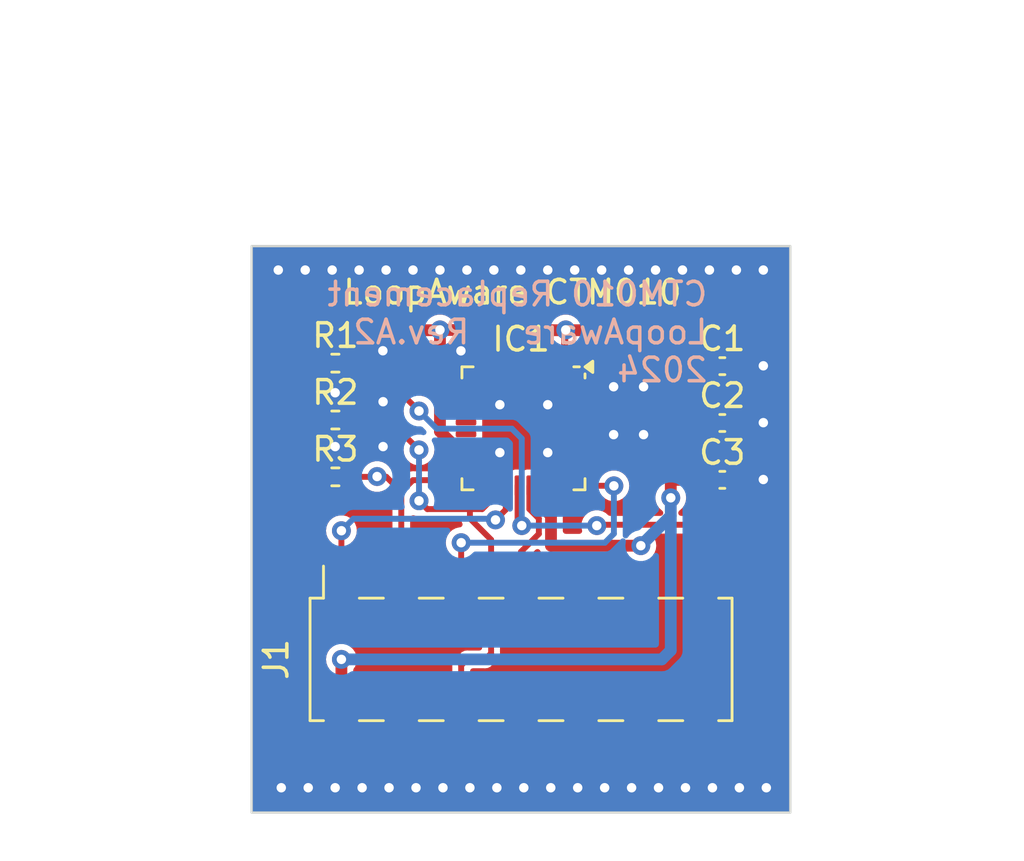
<source format=kicad_pcb>
(kicad_pcb (version 20221018) (generator pcbnew)
  (layers (0 "F.Cu" signal) (31 "B.Cu" signal) (34 "B.Paste" user) (35 "F.Paste" user) (36 "B.SilkS" user "B.Silkscreen") (37 "F.SilkS" user "F.Silkscreen") (38 "B.Mask" user) (39 "F.Mask" user) (44 "Edge.Cuts" user))
  (net 0 "")
  (net 1 "GND")
  (net 2 "IRQ")
  (net 3 "SPI_CLK")
  (net 4 "SPI_MOSI")
  (net 5 "SPI_MISO")
  (net 13 "VDD")
  (net 14 "RESET")
  (net 15 "SPI_CS")
  (footprint "Capacitor_SMD:C_0402_1005Metric" (layer "F.Cu") (at 155.9945 91.454)
    (fp_text reference "C2" (at 0 -1.16) (layer "F.SilkS"))
    (fp_text value "100n")
    (fp_line (start -0.107836 -0.36) (end 0.107836 -0.36) (stroke (width 0.12)) (layer "F.SilkS"))
    (fp_line (start -0.107836 0.36) (end 0.107836 0.36) (stroke (width 0.12)) (layer "F.SilkS"))
    (pad "1" smd roundrect (at -0.48 0) (size 0.56 0.62) (layers "F.Cu" "F.Paste" "F.Mask") (net 13 "VDD"))
    (pad "2" smd roundrect (at 0.48 0) (size 0.56 0.62) (layers "F.Cu" "F.Paste" "F.Mask") (net 1 "GND"))
  )
  (footprint "Resistor_SMD:R_0402_1005Metric" (layer "F.Cu") (at 139.5815 91.327)
    (fp_text reference "R2" (at 0 -1.17) (layer "F.SilkS"))
    (fp_text value "10k")
    (fp_line (start -0.153641 -0.38) (end 0.153641 -0.38) (stroke (width 0.12)) (layer "F.SilkS"))
    (fp_line (start -0.153641 0.38) (end 0.153641 0.38) (stroke (width 0.12)) (layer "F.SilkS"))
    (pad "1" smd roundrect (at -0.51 0) (size 0.54 0.64) (layers "F.Cu" "F.Paste" "F.Mask") (net 13 "VDD"))
    (pad "2" smd roundrect (at 0.51 0) (size 0.54 0.64) (layers "F.Cu" "F.Paste" "F.Mask") (net 2 "IRQ"))
  )
  (footprint "Connector_PinSocket_2.54mm:PinSocket_2x07_P2.54mm_Vertical_SMD" (layer "F.Cu") (at 147.4575 101.487 90)
    (fp_text reference "J1" (at 0 -10.39 90) (layer "F.SilkS"))
    (fp_text value "Conn_02x07_Odd_Even")
    (fp_line (start -2.6 -8.95) (end -2.6 -8.38) (stroke (width 0.12)) (layer "F.SilkS"))
    (fp_line (start -2.6 -8.95) (end 2.6 -8.95) (stroke (width 0.12)) (layer "F.SilkS"))
    (fp_line (start -2.6 -6.86) (end -2.6 -5.84) (stroke (width 0.12)) (layer "F.SilkS"))
    (fp_line (start -2.6 -4.32) (end -2.6 -3.3) (stroke (width 0.12)) (layer "F.SilkS"))
    (fp_line (start -2.6 -1.78) (end -2.6 -0.76) (stroke (width 0.12)) (layer "F.SilkS"))
    (fp_line (start -2.6 0.76) (end -2.6 1.78) (stroke (width 0.12)) (layer "F.SilkS"))
    (fp_line (start -2.6 3.3) (end -2.6 4.32) (stroke (width 0.12)) (layer "F.SilkS"))
    (fp_line (start -2.6 5.84) (end -2.6 6.86) (stroke (width 0.12)) (layer "F.SilkS"))
    (fp_line (start -2.6 8.38) (end -2.6 8.95) (stroke (width 0.12)) (layer "F.SilkS"))
    (fp_line (start -2.6 8.95) (end 2.6 8.95) (stroke (width 0.12)) (layer "F.SilkS"))
    (fp_line (start 2.6 -8.95) (end 2.6 -8.38) (stroke (width 0.12)) (layer "F.SilkS"))
    (fp_line (start 2.6 -8.38) (end 3.96 -8.38) (stroke (width 0.12)) (layer "F.SilkS"))
    (fp_line (start 2.6 -6.86) (end 2.6 -5.84) (stroke (width 0.12)) (layer "F.SilkS"))
    (fp_line (start 2.6 -4.32) (end 2.6 -3.3) (stroke (width 0.12)) (layer "F.SilkS"))
    (fp_line (start 2.6 -1.78) (end 2.6 -0.76) (stroke (width 0.12)) (layer "F.SilkS"))
    (fp_line (start 2.6 0.76) (end 2.6 1.78) (stroke (width 0.12)) (layer "F.SilkS"))
    (fp_line (start 2.6 3.3) (end 2.6 4.32) (stroke (width 0.12)) (layer "F.SilkS"))
    (fp_line (start 2.6 5.84) (end 2.6 6.86) (stroke (width 0.12)) (layer "F.SilkS"))
    (fp_line (start 2.6 8.38) (end 2.6 8.95) (stroke (width 0.12)) (layer "F.SilkS"))
    (pad "1" smd rect (at 2.52 -7.62 90) (size 3 1) (layers "F.Cu" "F.Paste" "F.Mask") (net 3 "SPI_CLK"))
    (pad "2" smd rect (at -2.52 -7.62 90) (size 3 1) (layers "F.Cu" "F.Paste" "F.Mask") (net 13 "VDD"))
    (pad "3" smd rect (at 2.52 -5.08 90) (size 3 1) (layers "F.Cu" "F.Paste" "F.Mask") (net 14 "RESET"))
    (pad "4" smd rect (at -2.52 -5.08 90) (size 3 1) (layers "F.Cu" "F.Paste" "F.Mask"))
    (pad "5" smd rect (at 2.52 -2.54 90) (size 3 1) (layers "F.Cu" "F.Paste" "F.Mask") (net 5 "SPI_MISO"))
    (pad "6" smd rect (at -2.52 -2.54 90) (size 3 1) (layers "F.Cu" "F.Paste" "F.Mask") (net 2 "IRQ"))
    (pad "7" smd rect (at 2.52 0 90) (size 3 1) (layers "F.Cu" "F.Paste" "F.Mask") (net 4 "SPI_MOSI"))
    (pad "8" smd rect (at -2.52 0 90) (size 3 1) (layers "F.Cu" "F.Paste" "F.Mask"))
    (pad "9" smd rect (at 2.52 2.54 90) (size 3 1) (layers "F.Cu" "F.Paste" "F.Mask"))
    (pad "10" smd rect (at -2.52 2.54 90) (size 3 1) (layers "F.Cu" "F.Paste" "F.Mask"))
    (pad "11" smd rect (at 2.52 5.08 90) (size 3 1) (layers "F.Cu" "F.Paste" "F.Mask"))
    (pad "12" smd rect (at -2.52 5.08 90) (size 3 1) (layers "F.Cu" "F.Paste" "F.Mask") (net 1 "GND"))
    (pad "13" smd rect (at 2.52 7.62 90) (size 3 1) (layers "F.Cu" "F.Paste" "F.Mask") (net 15 "SPI_CS"))
    (pad "14" smd rect (at -2.52 7.62 90) (size 3 1) (layers "F.Cu" "F.Paste" "F.Mask") (net 1 "GND"))
  )
  (footprint "Capacitor_SMD:C_0402_1005Metric" (layer "F.Cu") (at 155.9945 93.867)
    (fp_text reference "C3" (at 0 -1.16) (layer "F.SilkS"))
    (fp_text value "100n")
    (fp_line (start -0.107836 -0.36) (end 0.107836 -0.36) (stroke (width 0.12)) (layer "F.SilkS"))
    (fp_line (start -0.107836 0.36) (end 0.107836 0.36) (stroke (width 0.12)) (layer "F.SilkS"))
    (pad "1" smd roundrect (at -0.48 0) (size 0.56 0.62) (layers "F.Cu" "F.Paste" "F.Mask") (net 13 "VDD"))
    (pad "2" smd roundrect (at 0.48 0) (size 0.56 0.62) (layers "F.Cu" "F.Paste" "F.Mask") (net 1 "GND"))
  )
  (footprint "Capacitor_SMD:C_0402_1005Metric" (layer "F.Cu") (at 155.9945 89.041)
    (fp_text reference "C1" (at 0 -1.16) (layer "F.SilkS"))
    (fp_text value "1u")
    (fp_line (start -0.107836 -0.36) (end 0.107836 -0.36) (stroke (width 0.12)) (layer "F.SilkS"))
    (fp_line (start -0.107836 0.36) (end 0.107836 0.36) (stroke (width 0.12)) (layer "F.SilkS"))
    (pad "1" smd roundrect (at -0.48 0) (size 0.56 0.62) (layers "F.Cu" "F.Paste" "F.Mask") (net 13 "VDD"))
    (pad "2" smd roundrect (at 0.48 0) (size 0.56 0.62) (layers "F.Cu" "F.Paste" "F.Mask") (net 1 "GND"))
  )
  (footprint "Resistor_SMD:R_0402_1005Metric" (layer "F.Cu") (at 139.5815 93.74)
    (fp_text reference "R3" (at 0 -1.17) (layer "F.SilkS"))
    (fp_text value "10k")
    (fp_line (start -0.153641 -0.38) (end 0.153641 -0.38) (stroke (width 0.12)) (layer "F.SilkS"))
    (fp_line (start -0.153641 0.38) (end 0.153641 0.38) (stroke (width 0.12)) (layer "F.SilkS"))
    (pad "1" smd roundrect (at -0.51 0) (size 0.54 0.64) (layers "F.Cu" "F.Paste" "F.Mask") (net 13 "VDD"))
    (pad "2" smd roundrect (at 0.51 0) (size 0.54 0.64) (layers "F.Cu" "F.Paste" "F.Mask") (net 14 "RESET"))
  )
  (footprint "Package_DFN_QFN:QFN-32-1EP_5x5mm_P0.5mm_EP3.1x3.1mm" (layer "F.Cu") (at 147.56 91.68 -90)
    (fp_text reference "IC1" (at -3.782 0.1025 -180) (layer "F.SilkS"))
    (fp_text value "Infineon-SLB9670")
    (fp_line (start -2.61 -2.135) (end -2.61 -2.37) (stroke (width 0.12)) (layer "F.SilkS"))
    (fp_line (start -2.61 2.61) (end -2.61 2.135) (stroke (width 0.12)) (layer "F.SilkS"))
    (fp_line (start -2.135 -2.61) (end -2.31 -2.61) (stroke (width 0.12)) (layer "F.SilkS"))
    (fp_line (start -2.135 2.61) (end -2.61 2.61) (stroke (width 0.12)) (layer "F.SilkS"))
    (fp_line (start 2.135 -2.61) (end 2.61 -2.61) (stroke (width 0.12)) (layer "F.SilkS"))
    (fp_line (start 2.135 2.61) (end 2.61 2.61) (stroke (width 0.12)) (layer "F.SilkS"))
    (fp_line (start 2.61 -2.61) (end 2.61 -2.135) (stroke (width 0.12)) (layer "F.SilkS"))
    (fp_line (start 2.61 2.61) (end 2.61 2.135) (stroke (width 0.12)) (layer "F.SilkS"))
    (fp_poly (pts (xy -2.61 -2.61) (xy -2.85 -2.94) (xy -2.37 -2.94) (xy -2.61 -2.61)) (stroke (width 0.12)) (fill solid) (layer "F.SilkS"))
    (pad "1" smd roundrect (at -2.4375 -1.75 270) (size 0.875 0.25) (layers "F.Cu" "F.Paste" "F.Mask") (net 13 "VDD"))
    (pad "2" smd roundrect (at -2.4375 -1.25 270) (size 0.875 0.25) (layers "F.Cu" "F.Paste" "F.Mask") (net 1 "GND"))
    (pad "3" smd roundrect (at -2.4375 -0.75 270) (size 0.875 0.25) (layers "F.Cu" "F.Paste" "F.Mask"))
    (pad "4" smd roundrect (at -2.4375 -0.25 270) (size 0.875 0.25) (layers "F.Cu" "F.Paste" "F.Mask"))
    (pad "5" smd roundrect (at -2.4375 0.25 270) (size 0.875 0.25) (layers "F.Cu" "F.Paste" "F.Mask"))
    (pad "6" smd roundrect (at -2.4375 0.75 270) (size 0.875 0.25) (layers "F.Cu" "F.Paste" "F.Mask"))
    (pad "7" smd roundrect (at -2.4375 1.25 270) (size 0.875 0.25) (layers "F.Cu" "F.Paste" "F.Mask"))
    (pad "8" smd roundrect (at -2.4375 1.75 270) (size 0.875 0.25) (layers "F.Cu" "F.Paste" "F.Mask") (net 13 "VDD"))
    (pad "9" smd roundrect (at -1.75 2.4375 270) (size 0.25 0.875) (layers "F.Cu" "F.Paste" "F.Mask") (net 1 "GND"))
    (pad "10" smd roundrect (at -1.25 2.4375 270) (size 0.25 0.875) (layers "F.Cu" "F.Paste" "F.Mask"))
    (pad "11" smd roundrect (at -0.75 2.4375 270) (size 0.25 0.875) (layers "F.Cu" "F.Paste" "F.Mask"))
    (pad "12" smd roundrect (at -0.25 2.4375 270) (size 0.25 0.875) (layers "F.Cu" "F.Paste" "F.Mask"))
    (pad "13" smd roundrect (at 0.25 2.4375 270) (size 0.25 0.875) (layers "F.Cu" "F.Paste" "F.Mask"))
    (pad "14" smd roundrect (at 0.75 2.4375 270) (size 0.25 0.875) (layers "F.Cu" "F.Paste" "F.Mask") (net 13 "VDD"))
    (pad "15" smd roundrect (at 1.25 2.4375 270) (size 0.25 0.875) (layers "F.Cu" "F.Paste" "F.Mask"))
    (pad "16" smd roundrect (at 1.75 2.4375 270) (size 0.25 0.875) (layers "F.Cu" "F.Paste" "F.Mask") (net 1 "GND"))
    (pad "17" smd roundrect (at 2.4375 1.75 270) (size 0.875 0.25) (layers "F.Cu" "F.Paste" "F.Mask") (net 14 "RESET"))
    (pad "18" smd roundrect (at 2.4375 1.25 270) (size 0.875 0.25) (layers "F.Cu" "F.Paste" "F.Mask") (net 2 "IRQ"))
    (pad "19" smd roundrect (at 2.4375 0.75 270) (size 0.875 0.25) (layers "F.Cu" "F.Paste" "F.Mask") (net 3 "SPI_CLK"))
    (pad "20" smd roundrect (at 2.4375 0.25 270) (size 0.875 0.25) (layers "F.Cu" "F.Paste" "F.Mask") (net 15 "SPI_CS"))
    (pad "21" smd roundrect (at 2.4375 -0.25 270) (size 0.875 0.25) (layers "F.Cu" "F.Paste" "F.Mask") (net 4 "SPI_MOSI"))
    (pad "22" smd roundrect (at 2.4375 -0.75 270) (size 0.875 0.25) (layers "F.Cu" "F.Paste" "F.Mask") (net 13 "VDD"))
    (pad "23" smd roundrect (at 2.4375 -1.25 270) (size 0.875 0.25) (layers "F.Cu" "F.Paste" "F.Mask") (net 1 "GND"))
    (pad "24" smd roundrect (at 2.4375 -1.75 270) (size 0.875 0.25) (layers "F.Cu" "F.Paste" "F.Mask") (net 5 "SPI_MISO"))
    (pad "25" smd roundrect (at 1.75 -2.4375 270) (size 0.25 0.875) (layers "F.Cu" "F.Paste" "F.Mask"))
    (pad "26" smd roundrect (at 1.25 -2.4375 270) (size 0.25 0.875) (layers "F.Cu" "F.Paste" "F.Mask"))
    (pad "27" smd roundrect (at 0.75 -2.4375 270) (size 0.25 0.875) (layers "F.Cu" "F.Paste" "F.Mask"))
    (pad "28" smd roundrect (at 0.25 -2.4375 270) (size 0.25 0.875) (layers "F.Cu" "F.Paste" "F.Mask"))
    (pad "29" smd roundrect (at -0.25 -2.4375 270) (size 0.25 0.875) (layers "F.Cu" "F.Paste" "F.Mask"))
    (pad "30" smd roundrect (at -0.75 -2.4375 270) (size 0.25 0.875) (layers "F.Cu" "F.Paste" "F.Mask"))
    (pad "31" smd roundrect (at -1.25 -2.4375 270) (size 0.25 0.875) (layers "F.Cu" "F.Paste" "F.Mask"))
    (pad "32" smd roundrect (at -1.75 -2.4375 270) (size 0.25 0.875) (layers "F.Cu" "F.Paste" "F.Mask") (net 1 "GND"))
    (pad "33" smd rect (at 0 0 270) (size 3.1 3.1) (property pad_prop_heatsink) (layers "F.Cu" "F.Mask") (net 1 "GND"))
  )
  (footprint "Resistor_SMD:R_0402_1005Metric" (layer "F.Cu") (at 139.5815 88.914)
    (fp_text reference "R1" (at 0 -1.17) (layer "F.SilkS"))
    (fp_text value "10k")
    (fp_line (start -0.153641 -0.38) (end 0.153641 -0.38) (stroke (width 0.12)) (layer "F.SilkS"))
    (fp_line (start -0.153641 0.38) (end 0.153641 0.38) (stroke (width 0.12)) (layer "F.SilkS"))
    (pad "1" smd roundrect (at -0.51 0) (size 0.54 0.64) (layers "F.Cu" "F.Paste" "F.Mask") (net 13 "VDD"))
    (pad "2" smd roundrect (at 0.51 0) (size 0.54 0.64) (layers "F.Cu" "F.Paste" "F.Mask") (net 15 "SPI_CS"))
  )
  (gr_rect (start 136.0315 83.947) (end 158.877 107.986) (stroke (width 0.1)) (fill none) (layer "Edge.Cuts"))
  (gr_text "CTM010 Replacement\nLoopAware   Rev.A2\n2024" (at 155.448 89.789) (layer "B.SilkS") (effects (font (size 1 1)) (justify left bottom mirror)))
  (gr_text "LoopAware CTM010" (at 139.827 86.487) (layer "F.SilkS") (effects (font (size 1 1)) (justify left bottom)))
  (segment (start 157.72 91.454) (end 157.734 91.44) (width 0.25) (layer "F.Cu") (net 1))
  (segment (start 157.72 93.867) (end 157.734 93.853) (width 0.25) (layer "F.Cu") (net 1))
  (segment (start 156.4745 91.454) (end 157.72 91.454) (width 0.25) (layer "F.Cu") (net 1))
  (segment (start 156.4745 93.867) (end 157.72 93.867) (width 0.25) (layer "F.Cu") (net 1))
  (segment (start 157.72 89.041) (end 157.734 89.027) (width 0.25) (layer "F.Cu") (net 1))
  (segment (start 156.4745 89.041) (end 157.72 89.041) (width 0.25) (layer "F.Cu") (net 1))
  (via (at 157.734 84.963) (size 0.8) (drill 0.4) (layers "F.Cu" "B.Cu") (net 1))
  (via (at 149.733 84.963) (size 0.8) (drill 0.4) (layers "F.Cu" "B.Cu") (net 1))
  (via (at 148.59 92.71) (size 0.8) (drill 0.4) (layers "F.Cu" "B.Cu") (net 1))
  (via (at 144.018 84.963) (size 0.8) (drill 0.4) (layers "F.Cu" "B.Cu") (net 1))
  (via (at 138.303 84.963) (size 0.8) (drill 0.4) (layers "F.Cu" "B.Cu") (net 1))
  (via (at 153.289 106.934) (size 0.8) (drill 0.4) (layers "F.Cu" "B.Cu") (net 1))
  (via (at 139.573 90.17) (size 0.8) (drill 0.4) (layers "F.Cu" "B.Cu") (net 1))
  (via (at 146.558 92.71) (size 0.8) (drill 0.4) (layers "F.Cu" "B.Cu") (net 1))
  (via (at 157.734 91.44) (size 0.8) (drill 0.4) (layers "F.Cu" "B.Cu") (net 1))
  (via (at 140.589 84.963) (size 0.8) (drill 0.4) (layers "F.Cu" "B.Cu") (net 1))
  (via (at 146.558 90.678) (size 0.8) (drill 0.4) (layers "F.Cu" "B.Cu") (net 1))
  (via (at 139.446 84.963) (size 0.8) (drill 0.4) (layers "F.Cu" "B.Cu") (net 1))
  (via (at 145.161 84.963) (size 0.8) (drill 0.4) (layers "F.Cu" "B.Cu") (net 1))
  (via (at 142.875 84.963) (size 0.8) (drill 0.4) (layers "F.Cu" "B.Cu") (net 1))
  (via (at 141.732 84.963) (size 0.8) (drill 0.4) (layers "F.Cu" "B.Cu") (net 1))
  (via (at 148.59 84.963) (size 0.8) (drill 0.4) (layers "F.Cu" "B.Cu") (net 1))
  (via (at 145.288 106.934) (size 0.8) (drill 0.4) (layers "F.Cu" "B.Cu") (net 1))
  (via (at 154.305 84.963) (size 0.8) (drill 0.4) (layers "F.Cu" "B.Cu") (net 1))
  (via (at 156.591 84.963) (size 0.8) (drill 0.4) (layers "F.Cu" "B.Cu") (net 1))
  (via (at 139.573 92.456) (size 0.8) (drill 0.4) (layers "F.Cu" "B.Cu") (net 1))
  (via (at 141.605 90.551) (size 0.8) (drill 0.4) (layers "F.Cu" "B.Cu") (net 1))
  (via (at 146.304 84.963) (size 0.8) (drill 0.4) (layers "F.Cu" "B.Cu") (net 1))
  (via (at 157.734 89.027) (size 0.8) (drill 0.4) (layers "F.Cu" "B.Cu") (net 1))
  (via (at 152.146 106.934) (size 0.8) (drill 0.4) (layers "F.Cu" "B.Cu") (net 1))
  (via (at 141.595724 88.387787) (size 0.8) (drill 0.4) (layers "F.Cu" "B.Cu") (net 1))
  (via (at 154.432 106.934) (size 0.8) (drill 0.4) (layers "F.Cu" "B.Cu") (net 1))
  (via (at 140.716 106.934) (size 0.8) (drill 0.4) (layers "F.Cu" "B.Cu") (net 1))
  (via (at 157.734 93.853) (size 0.8) (drill 0.4) (layers "F.Cu" "B.Cu") (net 1))
  (via (at 152.654 91.948) (size 0.8) (drill 0.4) (layers "F.Cu" "B.Cu") (net 1))
  (via (at 151.384 91.948) (size 0.8) (drill 0.4) (layers "F.Cu" "B.Cu") (net 1))
  (via (at 152.019 84.963) (size 0.8) (drill 0.4) (layers "F.Cu" "B.Cu") (net 1))
  (via (at 141.605 92.456) (size 0.8) (drill 0.4) (layers "F.Cu" "B.Cu") (net 1))
  (via (at 155.575 106.934) (size 0.8) (drill 0.4) (layers "F.Cu" "B.Cu") (net 1))
  (via (at 147.574 106.934) (size 0.8) (drill 0.4) (layers "F.Cu" "B.Cu") (net 1))
  (via (at 148.717 106.934) (size 0.8) (drill 0.4) (layers "F.Cu" "B.Cu") (net 1))
  (via (at 137.287 106.934) (size 0.8) (drill 0.4) (layers "F.Cu" "B.Cu") (net 1))
  (via (at 146.431 106.934) (size 0.8) (drill 0.4) (layers "F.Cu" "B.Cu") (net 1))
  (via (at 143.002 106.934) (size 0.8) (drill 0.4) (layers "F.Cu" "B.Cu") (net 1))
  (via (at 153.162 84.963) (size 0.8) (drill 0.4) (layers "F.Cu" "B.Cu") (net 1))
  (via (at 148.59 90.678) (size 0.8) (drill 0.4) (layers "F.Cu" "B.Cu") (net 1))
  (via (at 147.447 84.963) (size 0.8) (drill 0.4) (layers "F.Cu" "B.Cu") (net 1))
  (via (at 150.876 84.963) (size 0.8) (drill 0.4) (layers "F.Cu" "B.Cu") (net 1))
  (via (at 144.145 106.934) (size 0.8) (drill 0.4) (layers "F.Cu" "B.Cu") (net 1))
  (via (at 141.859 106.934) (size 0.8) (drill 0.4) (layers "F.Cu" "B.Cu") (net 1))
  (via (at 157.861 106.934) (size 0.8) (drill 0.4) (layers "F.Cu" "B.Cu") (net 1))
  (via (at 139.573 106.934) (size 0.8) (drill 0.4) (layers "F.Cu" "B.Cu") (net 1))
  (via (at 152.654 89.916) (size 0.8) (drill 0.4) (layers "F.Cu" "B.Cu") (net 1))
  (via (at 151.384 89.916) (size 0.8) (drill 0.4) (layers "F.Cu" "B.Cu") (net 1))
  (via (at 155.448 84.963) (size 0.8) (drill 0.4) (layers "F.Cu" "B.Cu") (net 1))
  (via (at 138.43 106.934) (size 0.8) (drill 0.4) (layers "F.Cu" "B.Cu") (net 1))
  (via (at 151.003 106.934) (size 0.8) (drill 0.4) (layers "F.Cu" "B.Cu") (net 1))
  (via (at 156.718 106.934) (size 0.8) (drill 0.4) (layers "F.Cu" "B.Cu") (net 1))
  (via (at 149.86 106.934) (size 0.8) (drill 0.4) (layers "F.Cu" "B.Cu") (net 1))
  (via (at 137.16 84.963) (size 0.8) (drill 0.4) (layers "F.Cu" "B.Cu") (net 1))
  (via (at 144.907 88.392) (size 0.8) (drill 0.4) (layers "F.Cu" "B.Cu") (net 1))
  (segment (start 145.8065 95.10824) (end 145.288 95.10824) (width 0.25) (layer "F.Cu") (net 2))
  (segment (start 146.31 94.60474) (end 145.8065 95.10824) (width 0.25) (layer "F.Cu") (net 2))
  (segment (start 144.9175 101.741) (end 144.9175 104.007) (width 0.25) (layer "F.Cu") (net 2))
  (segment (start 146.1875 101.233) (end 145.9335 101.487) (width 0.25) (layer "F.Cu") (net 2))
  (segment (start 145.288 95.10824) (end 143.48124 95.10824) (width 0.25) (layer "F.Cu") (net 2))
  (segment (start 146.31 94.1175) (end 146.31 94.60474) (width 0.25) (layer "F.Cu") (net 2))
  (segment (start 145.288 95.10824) (end 145.288 95.5075) (width 0.25) (layer "F.Cu") (net 2))
  (segment (start 143.48124 95.10824) (end 143.129 94.756) (width 0.25) (layer "F.Cu") (net 2))
  (segment (start 143.129 92.597) (end 141.859 91.327) (width 0.25) (layer "F.Cu") (net 2))
  (segment (start 146.1875 96.407) (end 146.1875 101.233) (width 0.25) (layer "F.Cu") (net 2))
  (segment (start 145.9335 101.487) (end 145.1715 101.487) (width 0.25) (layer "F.Cu") (net 2))
  (segment (start 141.859 91.327) (end 140.0915 91.327) (width 0.25) (layer "F.Cu") (net 2))
  (segment (start 145.1715 101.487) (end 144.9175 101.741) (width 0.25) (layer "F.Cu") (net 2))
  (segment (start 145.288 95.5075) (end 146.1875 96.407) (width 0.25) (layer "F.Cu") (net 2))
  (via (at 143.129 94.756) (size 0.8) (drill 0.4) (layers "F.Cu" "B.Cu") (net 2))
  (via (at 143.129 92.597) (size 0.8) (drill 0.4) (layers "F.Cu" "B.Cu") (net 2))
  (segment (start 143.129 94.756) (end 143.129 92.597) (width 0.25) (layer "B.Cu") (net 2))
  (segment (start 139.8375 96.026) (end 139.8375 98.967) (width 0.25) (layer "F.Cu") (net 3))
  (segment (start 146.81 95.130046) (end 146.81 94.1175) (width 0.25) (layer "F.Cu") (net 3))
  (segment (start 146.372926 95.56712) (end 146.81 95.130046) (width 0.25) (layer "F.Cu") (net 3))
  (via (at 146.372926 95.56712) (size 0.8) (drill 0.4) (layers "F.Cu" "B.Cu") (net 3))
  (via (at 139.8375 96.026) (size 0.8) (drill 0.4) (layers "F.Cu" "B.Cu") (net 3))
  (segment (start 146.372926 95.56712) (end 146.323806 95.518) (width 0.25) (layer "B.Cu") (net 3))
  (segment (start 140.3455 95.518) (end 139.8375 96.026) (width 0.25) (layer "B.Cu") (net 3))
  (segment (start 146.323806 95.518) (end 140.3455 95.518) (width 0.25) (layer "B.Cu") (net 3))
  (segment (start 147.81 95.106187) (end 148.212508 95.508695) (width 0.25) (layer "F.Cu") (net 4))
  (segment (start 147.4575 96.915) (end 147.4575 98.967) (width 0.25) (layer "F.Cu") (net 4))
  (segment (start 147.81 94.1175) (end 147.81 95.106187) (width 0.25) (layer "F.Cu") (net 4))
  (segment (start 148.212508 95.508695) (end 148.212508 96.159992) (width 0.25) (layer "F.Cu") (net 4))
  (segment (start 148.212508 96.159992) (end 147.4575 96.915) (width 0.25) (layer "F.Cu") (net 4))
  (segment (start 144.9175 96.534) (end 144.9175 98.967) (width 0.25) (layer "F.Cu") (net 5))
  (segment (start 151.391 94.1175) (end 151.3945 94.121) (width 0.25) (layer "F.Cu") (net 5))
  (segment (start 149.31 94.1175) (end 151.391 94.1175) (width 0.25) (layer "F.Cu") (net 5))
  (via (at 151.3945 94.121) (size 0.8) (drill 0.4) (layers "F.Cu" "B.Cu") (net 5))
  (via (at 144.9175 96.534) (size 0.8) (drill 0.4) (layers "F.Cu" "B.Cu") (net 5))
  (segment (start 151.0135 96.534) (end 144.9175 96.534) (width 0.25) (layer "B.Cu") (net 5))
  (segment (start 151.3945 94.121) (end 151.3945 96.153) (width 0.25) (layer "B.Cu") (net 5))
  (segment (start 151.3945 96.153) (end 151.0135 96.534) (width 0.25) (layer "B.Cu") (net 5))
  (segment (start 138.3135 93.74) (end 139.0715 93.74) (width 0.5) (layer "F.Cu") (net 13))
  (segment (start 149.352 87.517) (end 146.1875 87.517) (width 0.5) (layer "F.Cu") (net 13))
  (segment (start 148.31 94.1175) (end 148.31 94.60474) (width 0.25) (layer "F.Cu") (net 13))
  (segment (start 144.63526 92.43) (end 144.018 91.81274) (width 0.5) (layer "F.Cu") (net 13))
  (segment (start 145.4255 87.517) (end 144.018 87.503) (width 0.5) (layer "F.Cu") (net 13))
  (segment (start 154.0615 89.041) (end 155.5145 89.041) (width 0.5) (layer "F.Cu") (net 13))
  (segment (start 148.31 94.1175) (end 148.31 94.969791) (width 0.5) (layer "F.Cu") (net 13))
  (segment (start 153.8075 91.454) (end 153.8075 89.295) (width 0.5) (layer "F.Cu") (net 13))
  (segment (start 153.8075 88.787) (end 154.0615 89.041) (width 0.5) (layer "F.Cu") (net 13))
  (segment (start 155.5145 91.454) (end 153.8075 91.454) (width 0.5) (layer "F.Cu") (net 13))
  (segment (start 148.7275 96.661) (end 152.5375 96.661) (width 0.5) (layer "F.Cu") (net 13))
  (segment (start 144.018 87.517) (end 138.4405 87.517) (width 0.5) (layer "F.Cu") (net 13))
  (segment (start 153.8075 94.629) (end 153.8075 93.867) (width 0.5) (layer "F.Cu") (net 13))
  (segment (start 149.31 89.2425) (end 149.31 87.559) (width 0.3) (layer "F.Cu") (net 13))
  (segment (start 155.5145 93.867) (end 153.8075 93.867) (width 0.5) (layer "F.Cu") (net 13))
  (segment (start 153.8075 89.295) (end 154.0615 89.041) (width 0.5) (layer "F.Cu") (net 13))
  (segment (start 139.0715 91.327) (end 138.1865 91.327) (width 0.5) (layer "F.Cu") (net 13))
  (segment (start 145.1225 92.43) (end 144.63526 92.43) (width 0.25) (layer "F.Cu") (net 13))
  (segment (start 138.1865 93.613) (end 138.3135 93.74) (width 0.5) (layer "F.Cu") (net 13))
  (segment (start 153.8075 93.867) (end 153.8075 91.454) (width 0.5) (layer "F.Cu") (net 13))
  (segment (start 139.0715 88.914) (end 138.1865 88.914) (width 0.5) (layer "F.Cu") (net 13))
  (segment (start 149.352 87.517) (end 149.352 87.503) (width 0.25) (layer "F.Cu") (net 13))
  (segment (start 144.018 87.503) (end 144.018 87.517) (width 0.25) (layer "F.Cu") (net 13))
  (segment (start 149.366 87.503) (end 149.352 87.517) (width 0.25) (layer "F.Cu") (net 13))
  (segment (start 152.5375 87.517) (end 149.352 87.517) (width 0.5) (layer "F.Cu") (net 13))
  (segment (start 149.352 87.503) (end 149.366 87.503) (width 0.25) (layer "F.Cu") (net 13))
  (segment (start 145.8065 87.898) (end 145.4255 87.517) (width 0.5) (layer "F.Cu") (net 13))
  (segment (start 145.81 87.9015) (end 145.81 89.2425) (width 0.5) (layer "F.Cu") (net 13))
  (segment (start 148.7275 95.387291) (end 148.7275 96.661) (width 0.5) (layer "F.Cu") (net 13))
  (segment (start 138.1865 88.914) (end 138.1865 91.327) (width 0.5) (layer "F.Cu") (net 13))
  (segment (start 153.8075 88.787) (end 152.5375 87.517) (width 0.5) (layer "F.Cu") (net 13))
  (segment (start 144.018 91.81274) (end 144.018 87.517) (width 0.5) (layer "F.Cu") (net 13))
  (segment (start 145.8065 87.898) (end 145.81 87.9015) (width 0.25) (layer "F.Cu") (net 13))
  (segment (start 138.1865 91.327) (end 138.1865 93.613) (width 0.5) (layer "F.Cu") (net 13))
  (segment (start 139.8375 101.487) (end 139.8375 104.007) (width 0.5) (layer "F.Cu") (net 13))
  (segment (start 146.1875 87.517) (end 145.8065 87.898) (width 0.5) (layer "F.Cu") (net 13))
  (segment (start 149.31 87.559) (end 149.352 87.517) (width 0.25) (layer "F.Cu") (net 13))
  (segment (start 138.4405 87.517) (end 138.1865 87.771) (width 0.5) (layer "F.Cu") (net 13))
  (segment (start 148.31 94.969791) (end 148.7275 95.387291) (width 0.5) (layer "F.Cu") (net 13))
  (segment (start 138.1865 87.771) (end 138.1865 88.914) (width 0.5) (layer "F.Cu") (net 13))
  (via (at 149.352 87.503) (size 0.8) (drill 0.4) (layers "F.Cu" "B.Cu") (net 13))
  (via (at 153.8075 94.629) (size 0.8) (drill 0.4) (layers "F.Cu" "B.Cu") (net 13))
  (via (at 144.018 87.503) (size 0.8) (drill 0.4) (layers "F.Cu" "B.Cu") (net 13))
  (via (at 139.8375 101.487) (size 0.8) (drill 0.4) (layers "F.Cu" "B.Cu") (net 13))
  (via (at 152.5375 96.661) (size 0.8) (drill 0.4) (layers "F.Cu" "B.Cu") (net 13))
  (segment (start 139.8375 101.487) (end 153.4265 101.487) (width 0.5) (layer "B.Cu") (net 13))
  (segment (start 153.8075 101.106) (end 153.8075 94.629) (width 0.5) (layer "B.Cu") (net 13))
  (segment (start 153.4265 101.487) (end 153.8075 101.106) (width 0.5) (layer "B.Cu") (net 13))
  (segment (start 153.8075 95.391) (end 153.8075 94.629) (width 0.25) (layer "B.Cu") (net 13))
  (segment (start 152.5375 96.661) (end 153.8075 95.391) (width 0.5) (layer "B.Cu") (net 13))
  (segment (start 141.351 93.726) (end 141.365 93.74) (width 0.25) (layer "F.Cu") (net 14))
  (segment (start 143.9015 94.1175) (end 143.664 93.88) (width 0.25) (layer "F.Cu") (net 14))
  (segment (start 140.0915 93.74) (end 141.337 93.74) (width 0.25) (layer "F.Cu") (net 14))
  (segment (start 142.8725 93.88) (end 142.3775 94.375) (width 0.25) (layer "F.Cu") (net 14))
  (segment (start 141.365 93.74) (end 141.7425 93.74) (width 0.25) (layer "F.Cu") (net 14))
  (segment (start 141.337 93.74) (end 141.351 93.726) (width 0.25) (layer "F.Cu") (net 14))
  (segment (start 145.81 94.1175) (end 143.9015 94.1175) (width 0.25) (layer "F.Cu") (net 14))
  (segment (start 142.3775 98.967) (end 142.3775 94.375) (width 0.25) (layer "F.Cu") (net 14))
  (segment (start 141.7425 93.74) (end 142.3775 94.375) (width 0.25) (layer "F.Cu") (net 14))
  (segment (start 143.664 93.88) (end 142.8725 93.88) (width 0.25) (layer "F.Cu") (net 14))
  (via (at 141.351 93.726) (size 0.8) (drill 0.4) (layers "F.Cu" "B.Cu") (net 14))
  (segment (start 147.31 94.1175) (end 147.31 95.631492) (width 0.25) (layer "F.Cu") (net 15))
  (segment (start 143.129 90.946) (end 141.097 88.914) (width 0.25) (layer "F.Cu") (net 15))
  (segment (start 150.7065 95.772) (end 154.8235 95.772) (width 0.25) (layer "F.Cu") (net 15))
  (segment (start 147.31 95.631492) (end 147.487508 95.809) (width 0.25) (layer "F.Cu") (net 15))
  (segment (start 154.8235 95.772) (end 155.0775 96.026) (width 0.25) (layer "F.Cu") (net 15))
  (segment (start 155.0775 96.026) (end 155.0775 98.967) (width 0.25) (layer "F.Cu") (net 15))
  (segment (start 141.097 88.914) (end 140.0915 88.914) (width 0.25) (layer "F.Cu") (net 15))
  (segment (start 150.6695 95.809) (end 150.7065 95.772) (width 0.25) (layer "F.Cu") (net 15))
  (via (at 147.487508 95.809) (size 0.8) (drill 0.4) (layers "F.Cu" "B.Cu") (net 15))
  (via (at 143.129 90.946) (size 0.8) (drill 0.4) (layers "F.Cu" "B.Cu") (net 15))
  (via (at 150.6695 95.809) (size 0.8) (drill 0.4) (layers "F.Cu" "B.Cu") (net 15))
  (segment (start 147.066 91.694) (end 147.487508 92.115508) (width 0.25) (layer "B.Cu") (net 15))
  (segment (start 143.129 90.946) (end 143.877 91.694) (width 0.25) (layer "B.Cu") (net 15))
  (segment (start 147.487508 92.115508) (end 147.487508 95.809) (width 0.25) (layer "B.Cu") (net 15))
  (segment (start 147.487508 95.809) (end 150.6695 95.809) (width 0.25) (layer "B.Cu") (net 15))
  (segment (start 143.877 91.694) (end 147.066 91.694) (width 0.25) (layer "B.Cu") (net 15))
  (zone (net 1) (net_name "GND") (layers "F&B.Cu") (name "Groundplane") (connect_pads (clearance 0.25)) (min_thickness 0.25) (fill yes (thermal_gap 0.5) (thermal_bridge_width 0.5) (smoothing chamfer))
    (polygon (pts (xy 136.017 83.82) (xy 159.004 83.82) (xy 159.004 108.077) (xy 136.017 108.077)))
  )
)
</source>
